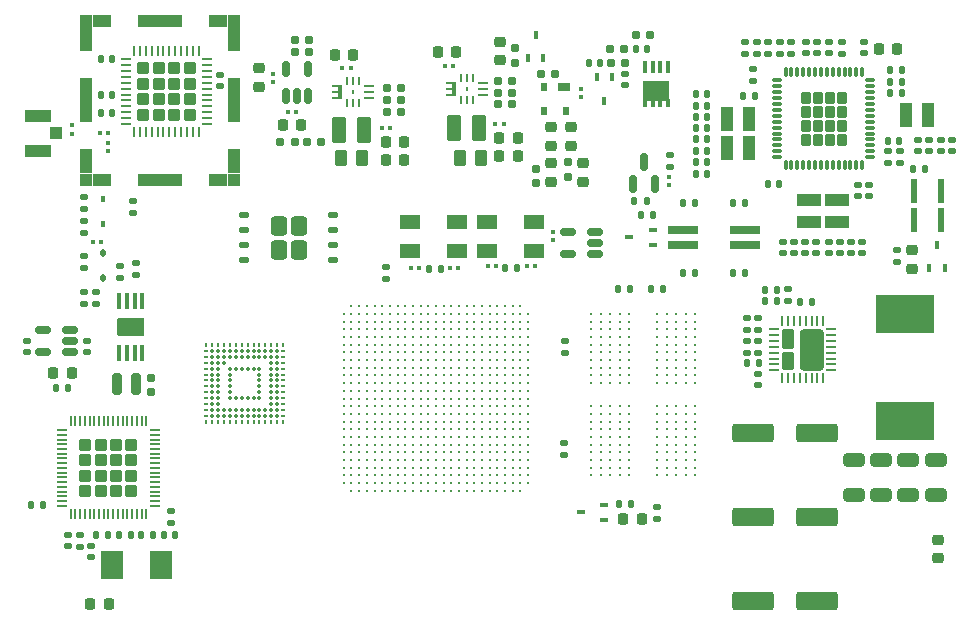
<source format=gbr>
%TF.GenerationSoftware,KiCad,Pcbnew,7.99.0-3539-g7abe2e3ea0*%
%TF.CreationDate,2023-11-26T19:51:46+01:00*%
%TF.ProjectId,SBC,5342432e-6b69-4636-9164-5f7063625858,rev?*%
%TF.SameCoordinates,Original*%
%TF.FileFunction,Paste,Top*%
%TF.FilePolarity,Positive*%
%FSLAX46Y46*%
G04 Gerber Fmt 4.6, Leading zero omitted, Abs format (unit mm)*
G04 Created by KiCad (PCBNEW 7.99.0-3539-g7abe2e3ea0) date 2023-11-26 19:51:46*
%MOMM*%
%LPD*%
G01*
G04 APERTURE LIST*
G04 Aperture macros list*
%AMRoundRect*
0 Rectangle with rounded corners*
0 $1 Rounding radius*
0 $2 $3 $4 $5 $6 $7 $8 $9 X,Y pos of 4 corners*
0 Add a 4 corners polygon primitive as box body*
4,1,4,$2,$3,$4,$5,$6,$7,$8,$9,$2,$3,0*
0 Add four circle primitives for the rounded corners*
1,1,$1+$1,$2,$3*
1,1,$1+$1,$4,$5*
1,1,$1+$1,$6,$7*
1,1,$1+$1,$8,$9*
0 Add four rect primitives between the rounded corners*
20,1,$1+$1,$2,$3,$4,$5,0*
20,1,$1+$1,$4,$5,$6,$7,0*
20,1,$1+$1,$6,$7,$8,$9,0*
20,1,$1+$1,$8,$9,$2,$3,0*%
%AMFreePoly0*
4,1,25,0.317682,0.485319,0.329034,0.475624,0.407847,0.396811,0.434540,0.344422,0.435711,0.329540,0.435711,-0.329540,0.417542,-0.385459,0.407847,-0.396811,0.329034,-0.475624,0.276645,-0.502317,0.261763,-0.503488,-0.261763,-0.503488,-0.317682,-0.485319,-0.329034,-0.475624,-0.407847,-0.396811,-0.434540,-0.344422,-0.435711,-0.329540,-0.435711,0.329540,-0.417542,0.385459,-0.407847,0.396811,
-0.329034,0.475624,-0.276645,0.502317,-0.261763,0.503488,0.261763,0.503488,0.317682,0.485319,0.317682,0.485319,$1*%
G04 Aperture macros list end*
%ADD10RoundRect,0.218750X0.256250X-0.218750X0.256250X0.218750X-0.256250X0.218750X-0.256250X-0.218750X0*%
%ADD11RoundRect,0.135000X-0.135000X-0.185000X0.135000X-0.185000X0.135000X0.185000X-0.135000X0.185000X0*%
%ADD12RoundRect,0.250000X0.435000X0.555000X-0.435000X0.555000X-0.435000X-0.555000X0.435000X-0.555000X0*%
%ADD13RoundRect,0.125000X0.262500X0.125000X-0.262500X0.125000X-0.262500X-0.125000X0.262500X-0.125000X0*%
%ADD14RoundRect,0.150000X0.512500X0.150000X-0.512500X0.150000X-0.512500X-0.150000X0.512500X-0.150000X0*%
%ADD15RoundRect,0.135000X0.135000X0.185000X-0.135000X0.185000X-0.135000X-0.185000X0.135000X-0.185000X0*%
%ADD16RoundRect,0.140000X-0.170000X0.140000X-0.170000X-0.140000X0.170000X-0.140000X0.170000X0.140000X0*%
%ADD17RoundRect,0.140000X0.140000X0.170000X-0.140000X0.170000X-0.140000X-0.170000X0.140000X-0.170000X0*%
%ADD18RoundRect,0.135000X0.185000X-0.135000X0.185000X0.135000X-0.185000X0.135000X-0.185000X-0.135000X0*%
%ADD19RoundRect,0.160000X-0.160000X0.197500X-0.160000X-0.197500X0.160000X-0.197500X0.160000X0.197500X0*%
%ADD20R,0.250000X0.700000*%
%ADD21R,0.900000X0.250000*%
%ADD22R,0.400000X1.250000*%
%ADD23R,0.250000X0.400000*%
%ADD24RoundRect,0.160000X-0.197500X-0.160000X0.197500X-0.160000X0.197500X0.160000X-0.197500X0.160000X0*%
%ADD25RoundRect,0.140000X0.170000X-0.140000X0.170000X0.140000X-0.170000X0.140000X-0.170000X-0.140000X0*%
%ADD26RoundRect,0.079500X-0.100500X0.079500X-0.100500X-0.079500X0.100500X-0.079500X0.100500X0.079500X0*%
%ADD27RoundRect,0.250000X0.285000X-0.285000X0.285000X0.285000X-0.285000X0.285000X-0.285000X-0.285000X0*%
%ADD28RoundRect,0.062500X0.062500X-0.337500X0.062500X0.337500X-0.062500X0.337500X-0.062500X-0.337500X0*%
%ADD29RoundRect,0.062500X0.337500X-0.062500X0.337500X0.062500X-0.337500X0.062500X-0.337500X-0.062500X0*%
%ADD30R,2.000000X1.100000*%
%ADD31RoundRect,0.140000X-0.140000X-0.170000X0.140000X-0.170000X0.140000X0.170000X-0.140000X0.170000X0*%
%ADD32RoundRect,0.062500X-0.375000X-0.062500X0.375000X-0.062500X0.375000X0.062500X-0.375000X0.062500X0*%
%ADD33RoundRect,0.062500X-0.062500X-0.375000X0.062500X-0.375000X0.062500X0.375000X-0.062500X0.375000X0*%
%ADD34RoundRect,0.106599X0.418401X0.723401X-0.418401X0.723401X-0.418401X-0.723401X0.418401X-0.723401X0*%
%ADD35RoundRect,0.106599X0.418401X0.633401X-0.418401X0.633401X-0.418401X-0.633401X0.418401X-0.633401X0*%
%ADD36RoundRect,0.200000X0.785000X-1.540000X0.785000X1.540000X-0.785000X1.540000X-0.785000X-1.540000X0*%
%ADD37RoundRect,0.079500X-0.079500X-0.100500X0.079500X-0.100500X0.079500X0.100500X-0.079500X0.100500X0*%
%ADD38C,0.270000*%
%ADD39RoundRect,0.079500X0.100500X-0.079500X0.100500X0.079500X-0.100500X0.079500X-0.100500X-0.079500X0*%
%ADD40R,1.000000X1.000000*%
%ADD41R,1.000000X2.130000*%
%ADD42R,1.000000X3.800000*%
%ADD43R,1.650000X1.000000*%
%ADD44R,3.800000X1.000000*%
%ADD45RoundRect,0.225000X-0.225000X-0.250000X0.225000X-0.250000X0.225000X0.250000X-0.225000X0.250000X0*%
%ADD46RoundRect,0.160000X0.197500X0.160000X-0.197500X0.160000X-0.197500X-0.160000X0.197500X-0.160000X0*%
%ADD47RoundRect,0.135000X-0.185000X0.135000X-0.185000X-0.135000X0.185000X-0.135000X0.185000X0.135000X0*%
%ADD48RoundRect,0.250000X-0.650000X0.325000X-0.650000X-0.325000X0.650000X-0.325000X0.650000X0.325000X0*%
%ADD49R,1.100000X2.000000*%
%ADD50RoundRect,0.225000X0.225000X0.250000X-0.225000X0.250000X-0.225000X-0.250000X0.225000X-0.250000X0*%
%ADD51RoundRect,0.250000X1.500000X0.550000X-1.500000X0.550000X-1.500000X-0.550000X1.500000X-0.550000X0*%
%ADD52R,0.450000X0.700000*%
%ADD53RoundRect,0.218750X-0.218750X-0.256250X0.218750X-0.256250X0.218750X0.256250X-0.218750X0.256250X0*%
%ADD54O,0.200000X0.350000*%
%ADD55O,0.350000X0.200000*%
%ADD56C,0.350000*%
%ADD57RoundRect,0.079500X0.079500X0.100500X-0.079500X0.100500X-0.079500X-0.100500X0.079500X-0.100500X0*%
%ADD58R,0.700000X0.450000*%
%ADD59RoundRect,0.225000X0.250000X-0.225000X0.250000X0.225000X-0.250000X0.225000X-0.250000X-0.225000X0*%
%ADD60R,0.450000X1.450000*%
%ADD61RoundRect,0.076200X1.066800X0.685800X-1.066800X0.685800X-1.066800X-0.685800X1.066800X-0.685800X0*%
%ADD62RoundRect,0.173913X-0.226087X-0.726087X0.226087X-0.726087X0.226087X0.726087X-0.226087X0.726087X0*%
%ADD63RoundRect,0.025000X-0.225000X-0.975000X0.225000X-0.975000X0.225000X0.975000X-0.225000X0.975000X0*%
%ADD64R,0.450000X0.600000*%
%ADD65R,4.950000X3.175000*%
%ADD66C,0.330200*%
%ADD67FreePoly0,0.000000*%
%ADD68RoundRect,0.067500X-0.357500X-0.067500X0.357500X-0.067500X0.357500X0.067500X-0.357500X0.067500X0*%
%ADD69RoundRect,0.067500X-0.067500X0.357500X-0.067500X-0.357500X0.067500X-0.357500X0.067500X0.357500X0*%
%ADD70RoundRect,0.250000X0.262500X0.450000X-0.262500X0.450000X-0.262500X-0.450000X0.262500X-0.450000X0*%
%ADD71R,0.405000X0.990000*%
%ADD72R,2.235000X1.725000*%
%ADD73R,0.406250X0.760000*%
%ADD74R,1.900000X2.400000*%
%ADD75RoundRect,0.250000X0.275000X0.275000X-0.275000X0.275000X-0.275000X-0.275000X0.275000X-0.275000X0*%
%ADD76RoundRect,0.050000X0.362500X0.050000X-0.362500X0.050000X-0.362500X-0.050000X0.362500X-0.050000X0*%
%ADD77RoundRect,0.050000X0.050000X0.362500X-0.050000X0.362500X-0.050000X-0.362500X0.050000X-0.362500X0*%
%ADD78R,2.650000X0.760000*%
%ADD79RoundRect,0.250000X-0.375000X-0.850000X0.375000X-0.850000X0.375000X0.850000X-0.375000X0.850000X0*%
%ADD80R,1.000000X0.700000*%
%ADD81R,0.600000X0.700000*%
%ADD82RoundRect,0.112500X0.112500X-0.187500X0.112500X0.187500X-0.112500X0.187500X-0.112500X-0.187500X0*%
%ADD83R,1.800000X1.200000*%
%ADD84R,1.050000X1.000000*%
%ADD85R,2.200000X1.050000*%
%ADD86RoundRect,0.225000X-0.250000X0.225000X-0.250000X-0.225000X0.250000X-0.225000X0.250000X0.225000X0*%
%ADD87RoundRect,0.150000X0.150000X-0.512500X0.150000X0.512500X-0.150000X0.512500X-0.150000X-0.512500X0*%
%ADD88RoundRect,0.150000X0.150000X-0.587500X0.150000X0.587500X-0.150000X0.587500X-0.150000X-0.587500X0*%
G04 APERTURE END LIST*
D10*
%TO.C,D4*%
X104809481Y-89762514D03*
X104809481Y-88187514D03*
%TD*%
D11*
%TO.C,R83*%
X60720000Y-120192900D03*
X61740000Y-120192900D03*
%TD*%
D12*
%TO.C,U14*%
X83420000Y-98545014D03*
X83420000Y-96545014D03*
X81720000Y-98545014D03*
X81720000Y-96545014D03*
D13*
X86320000Y-99450014D03*
X86320000Y-98180014D03*
X86320000Y-96910014D03*
X86320000Y-95640014D03*
X78820000Y-95640014D03*
X78820000Y-96910014D03*
X78820000Y-98180014D03*
X78820000Y-99450014D03*
%TD*%
D14*
%TO.C,U10*%
X108486981Y-98951014D03*
X108486981Y-98001014D03*
X108486981Y-97051014D03*
X106211981Y-97051014D03*
X106211981Y-98951014D03*
%TD*%
D15*
%TO.C,R65*%
X111593381Y-120115414D03*
X110573381Y-120115414D03*
%TD*%
D16*
%TO.C,C17*%
X122343462Y-109070028D03*
X122343462Y-110030028D03*
%TD*%
D17*
%TO.C,C60*%
X124120000Y-93030400D03*
X123160000Y-93030400D03*
%TD*%
D18*
%TO.C,R3*%
X122318462Y-105355028D03*
X122318462Y-104335028D03*
%TD*%
D16*
%TO.C,C272*%
X65882500Y-123650400D03*
X65882500Y-124610400D03*
%TD*%
D19*
%TO.C,R31*%
X106206481Y-91168514D03*
X106206481Y-92363514D03*
%TD*%
D17*
%TO.C,C54*%
X118023462Y-92112527D03*
X117063462Y-92112527D03*
%TD*%
D16*
%TO.C,C266*%
X63920000Y-122712900D03*
X63920000Y-123672900D03*
%TD*%
%TO.C,C34*%
X129243462Y-97877528D03*
X129243462Y-98837528D03*
%TD*%
D10*
%TO.C,D5*%
X135314881Y-100151114D03*
X135314881Y-98576114D03*
%TD*%
D20*
%TO.C,U5*%
X87552481Y-86170014D03*
X88052481Y-86170014D03*
X88552481Y-86170014D03*
D21*
X89402481Y-85720014D03*
X89402481Y-85220014D03*
X89402481Y-84720014D03*
D20*
X88552481Y-84270014D03*
X88052481Y-84270014D03*
X87552481Y-84270014D03*
D21*
X86702481Y-85720014D03*
X86702481Y-85220014D03*
D22*
X86952481Y-85220014D03*
D21*
X86702481Y-84720014D03*
D23*
X88052481Y-85220014D03*
%TD*%
D15*
%TO.C,R85*%
X67292500Y-122730400D03*
X66272500Y-122730400D03*
%TD*%
D24*
%TO.C,R23*%
X83129981Y-81818014D03*
X84324981Y-81818014D03*
%TD*%
D18*
%TO.C,R75*%
X65277481Y-97128014D03*
X65277481Y-96108014D03*
%TD*%
D25*
%TO.C,C63*%
X111093000Y-84608000D03*
X111093000Y-83648000D03*
%TD*%
D18*
%TO.C,R9*%
X129458462Y-81970028D03*
X129458462Y-80950028D03*
%TD*%
D26*
%TO.C,C65*%
X81227481Y-83660514D03*
X81227481Y-84350514D03*
%TD*%
D16*
%TO.C,C39*%
X130193462Y-97877528D03*
X130193462Y-98837528D03*
%TD*%
D27*
%TO.C,U16*%
X70247481Y-87148014D03*
X71567481Y-87148014D03*
X72887481Y-87148014D03*
X74207481Y-87148014D03*
X70247481Y-85828014D03*
X71567481Y-85828014D03*
X72887481Y-85828014D03*
X74207481Y-85828014D03*
X70247481Y-84508014D03*
X71567481Y-84508014D03*
X72887481Y-84508014D03*
X74207481Y-84508014D03*
X70247481Y-83188014D03*
X71567481Y-83188014D03*
X72887481Y-83188014D03*
X74207481Y-83188014D03*
D28*
X69477481Y-88618014D03*
X69977481Y-88618014D03*
X70477481Y-88618014D03*
X70977481Y-88618014D03*
X71477481Y-88618014D03*
X71977481Y-88618014D03*
X72477481Y-88618014D03*
X72977481Y-88618014D03*
X73477481Y-88618014D03*
X73977481Y-88618014D03*
X74477481Y-88618014D03*
X74977481Y-88618014D03*
D29*
X75677481Y-87918014D03*
X75677481Y-87418014D03*
X75677481Y-86918014D03*
X75677481Y-86418014D03*
X75677481Y-85918014D03*
X75677481Y-85418014D03*
X75677481Y-84918014D03*
X75677481Y-84418014D03*
X75677481Y-83918014D03*
X75677481Y-83418014D03*
X75677481Y-82918014D03*
X75677481Y-82418014D03*
D28*
X74977481Y-81718014D03*
X74477481Y-81718014D03*
X73977481Y-81718014D03*
X73477481Y-81718014D03*
X72977481Y-81718014D03*
X72477481Y-81718014D03*
X71977481Y-81718014D03*
X71477481Y-81718014D03*
X70977481Y-81718014D03*
X70477481Y-81718014D03*
X69977481Y-81718014D03*
X69477481Y-81718014D03*
D29*
X68777481Y-82418014D03*
X68777481Y-82918014D03*
X68777481Y-83418014D03*
X68777481Y-83918014D03*
X68777481Y-84418014D03*
X68777481Y-84918014D03*
X68777481Y-85418014D03*
X68777481Y-85918014D03*
X68777481Y-86418014D03*
X68777481Y-86918014D03*
X68777481Y-87418014D03*
X68777481Y-87918014D03*
%TD*%
D16*
%TO.C,C38*%
X137780000Y-89230400D03*
X137780000Y-90190400D03*
%TD*%
%TO.C,C59*%
X130755962Y-93090028D03*
X130755962Y-94050028D03*
%TD*%
D30*
%TO.C,L5*%
X126593462Y-94325028D03*
X126593462Y-96225028D03*
%TD*%
D31*
%TO.C,C62*%
X133505962Y-85270028D03*
X134465962Y-85270028D03*
%TD*%
D32*
%TO.C,U2*%
X123655962Y-105270028D03*
X123655962Y-105770028D03*
X123655962Y-106270028D03*
X123655962Y-106770028D03*
X123655962Y-107270028D03*
X123655962Y-107770028D03*
X123655962Y-108270028D03*
X123655962Y-108770028D03*
D33*
X124343462Y-109457528D03*
X124843462Y-109457528D03*
X125343462Y-109457528D03*
X125843462Y-109457528D03*
X126343462Y-109457528D03*
X126843462Y-109457528D03*
X127343462Y-109457528D03*
X127843462Y-109457528D03*
D32*
X128530962Y-108770028D03*
X128530962Y-108270028D03*
X128530962Y-107770028D03*
X128530962Y-107270028D03*
X128530962Y-106770028D03*
X128530962Y-106270028D03*
X128530962Y-105770028D03*
X128530962Y-105270028D03*
D33*
X127843462Y-104582528D03*
X127343462Y-104582528D03*
X126843462Y-104582528D03*
X126343462Y-104582528D03*
X125843462Y-104582528D03*
X125343462Y-104582528D03*
X124843462Y-104582528D03*
X124343462Y-104582528D03*
D34*
X124878462Y-106110028D03*
D35*
X124878462Y-108020028D03*
D36*
X126848462Y-107020028D03*
%TD*%
D37*
%TO.C,C74*%
X90501481Y-88268014D03*
X91191481Y-88268014D03*
%TD*%
D17*
%TO.C,C1*%
X122373462Y-108170028D03*
X121413462Y-108170028D03*
%TD*%
D18*
%TO.C,R1*%
X122318462Y-107280028D03*
X122318462Y-106260028D03*
%TD*%
D38*
%TO.C,U12*%
X108195000Y-104005400D03*
X108995000Y-104005400D03*
X109795000Y-104005400D03*
X110595000Y-104005400D03*
X111395000Y-104005400D03*
X113795000Y-104005400D03*
X114595000Y-104005400D03*
X115395000Y-104005400D03*
X116195000Y-104005400D03*
X116995000Y-104005400D03*
X108195000Y-117005400D03*
X108995000Y-117005400D03*
X109795000Y-117005400D03*
X110595000Y-117005400D03*
X111395000Y-117005400D03*
X113795000Y-117005400D03*
X114595000Y-117005400D03*
X115395000Y-117005400D03*
X116195000Y-117005400D03*
X116995000Y-117005400D03*
X108195000Y-117655400D03*
X108995000Y-117655400D03*
X109795000Y-117655400D03*
X110595000Y-117655400D03*
X111395000Y-117655400D03*
X113795000Y-117655400D03*
X114595000Y-117655400D03*
X115395000Y-117655400D03*
X116195000Y-117655400D03*
X116995000Y-117655400D03*
X108195000Y-104655400D03*
X108995000Y-104655400D03*
X109795000Y-104655400D03*
X110595000Y-104655400D03*
X111395000Y-104655400D03*
X113795000Y-104655400D03*
X114595000Y-104655400D03*
X115395000Y-104655400D03*
X116195000Y-104655400D03*
X116995000Y-104655400D03*
X108195000Y-105305400D03*
X108995000Y-105305400D03*
X109795000Y-105305400D03*
X110595000Y-105305400D03*
X111395000Y-105305400D03*
X113795000Y-105305400D03*
X114595000Y-105305400D03*
X115395000Y-105305400D03*
X116195000Y-105305400D03*
X116995000Y-105305400D03*
X108195000Y-105955400D03*
X108995000Y-105955400D03*
X109795000Y-105955400D03*
X110595000Y-105955400D03*
X111395000Y-105955400D03*
X113795000Y-105955400D03*
X114595000Y-105955400D03*
X115395000Y-105955400D03*
X116195000Y-105955400D03*
X116995000Y-105955400D03*
X108195000Y-106605400D03*
X108995000Y-106605400D03*
X109795000Y-106605400D03*
X110595000Y-106605400D03*
X111395000Y-106605400D03*
X113795000Y-106605400D03*
X114595000Y-106605400D03*
X115395000Y-106605400D03*
X116195000Y-106605400D03*
X116995000Y-106605400D03*
X108195000Y-107255400D03*
X108995000Y-107255400D03*
X109795000Y-107255400D03*
X110595000Y-107255400D03*
X111395000Y-107255400D03*
X113795000Y-107255400D03*
X114595000Y-107255400D03*
X115395000Y-107255400D03*
X116195000Y-107255400D03*
X116995000Y-107255400D03*
X108195000Y-107905400D03*
X108995000Y-107905400D03*
X109795000Y-107905400D03*
X110595000Y-107905400D03*
X111395000Y-107905400D03*
X113795000Y-107905400D03*
X114595000Y-107905400D03*
X115395000Y-107905400D03*
X116195000Y-107905400D03*
X116995000Y-107905400D03*
X108195000Y-108555400D03*
X108995000Y-108555400D03*
X109795000Y-108555400D03*
X110595000Y-108555400D03*
X111395000Y-108555400D03*
X113795000Y-108555400D03*
X114595000Y-108555400D03*
X115395000Y-108555400D03*
X116195000Y-108555400D03*
X116995000Y-108555400D03*
X108195000Y-109205400D03*
X108995000Y-109205400D03*
X109795000Y-109205400D03*
X110595000Y-109205400D03*
X111395000Y-109205400D03*
X113795000Y-109205400D03*
X114595000Y-109205400D03*
X115395000Y-109205400D03*
X116195000Y-109205400D03*
X116995000Y-109205400D03*
X108195000Y-109855400D03*
X108995000Y-109855400D03*
X109795000Y-109855400D03*
X110595000Y-109855400D03*
X111395000Y-109855400D03*
X113795000Y-109855400D03*
X114595000Y-109855400D03*
X115395000Y-109855400D03*
X116195000Y-109855400D03*
X116995000Y-109855400D03*
X108195000Y-111805400D03*
X108995000Y-111805400D03*
X109795000Y-111805400D03*
X110595000Y-111805400D03*
X111395000Y-111805400D03*
X113795000Y-111805400D03*
X114595000Y-111805400D03*
X115395000Y-111805400D03*
X116195000Y-111805400D03*
X116995000Y-111805400D03*
X108195000Y-112455400D03*
X108995000Y-112455400D03*
X109795000Y-112455400D03*
X110595000Y-112455400D03*
X111395000Y-112455400D03*
X113795000Y-112455400D03*
X114595000Y-112455400D03*
X115395000Y-112455400D03*
X116195000Y-112455400D03*
X116995000Y-112455400D03*
X108195000Y-113105400D03*
X108995000Y-113105400D03*
X109795000Y-113105400D03*
X110595000Y-113105400D03*
X111395000Y-113105400D03*
X113795000Y-113105400D03*
X114595000Y-113105400D03*
X115395000Y-113105400D03*
X116195000Y-113105400D03*
X116995000Y-113105400D03*
X108195000Y-113755400D03*
X108995000Y-113755400D03*
X109795000Y-113755400D03*
X110595000Y-113755400D03*
X111395000Y-113755400D03*
X113795000Y-113755400D03*
X114595000Y-113755400D03*
X115395000Y-113755400D03*
X116195000Y-113755400D03*
X116995000Y-113755400D03*
X108195000Y-114405400D03*
X108995000Y-114405400D03*
X109795000Y-114405400D03*
X110595000Y-114405400D03*
X111395000Y-114405400D03*
X113795000Y-114405400D03*
X114595000Y-114405400D03*
X115395000Y-114405400D03*
X116195000Y-114405400D03*
X116995000Y-114405400D03*
X108195000Y-115055400D03*
X108995000Y-115055400D03*
X109795000Y-115055400D03*
X110595000Y-115055400D03*
X111395000Y-115055400D03*
X113795000Y-115055400D03*
X114595000Y-115055400D03*
X115395000Y-115055400D03*
X116195000Y-115055400D03*
X116995000Y-115055400D03*
X108195000Y-115705400D03*
X108995000Y-115705400D03*
X109795000Y-115705400D03*
X110595000Y-115705400D03*
X111395000Y-115705400D03*
X113795000Y-115705400D03*
X114595000Y-115705400D03*
X115395000Y-115705400D03*
X116195000Y-115705400D03*
X116995000Y-115705400D03*
X108195000Y-116355400D03*
X108995000Y-116355400D03*
X109795000Y-116355400D03*
X110595000Y-116355400D03*
X111395000Y-116355400D03*
X113795000Y-116355400D03*
X114595000Y-116355400D03*
X115395000Y-116355400D03*
X116195000Y-116355400D03*
X116995000Y-116355400D03*
%TD*%
D39*
%TO.C,C289*%
X64262481Y-88724014D03*
X64262481Y-88034014D03*
%TD*%
D40*
%TO.C,J4*%
X65444481Y-79175014D03*
D41*
X65444481Y-80740014D03*
D42*
X65444481Y-85905014D03*
D41*
X65444481Y-91070014D03*
D40*
X65444481Y-92635014D03*
D43*
X66769481Y-79175014D03*
X66769481Y-92635014D03*
D44*
X71694481Y-79175014D03*
X71694481Y-92635014D03*
D43*
X76619481Y-79175014D03*
X76619481Y-92635014D03*
D40*
X77944481Y-79175014D03*
D41*
X77944481Y-80740014D03*
D42*
X77944481Y-85905014D03*
D41*
X77944481Y-91070014D03*
D40*
X77944481Y-92635014D03*
%TD*%
D17*
%TO.C,C293*%
X67657481Y-85418014D03*
X66697481Y-85418014D03*
%TD*%
D45*
%TO.C,C75*%
X90833481Y-90935014D03*
X92383481Y-90935014D03*
%TD*%
D46*
%TO.C,R17*%
X111090500Y-82728000D03*
X109895500Y-82728000D03*
%TD*%
D47*
%TO.C,R14*%
X124143462Y-80935028D03*
X124143462Y-81955028D03*
%TD*%
D48*
%TO.C,C46*%
X130443462Y-116370028D03*
X130443462Y-119320028D03*
%TD*%
D15*
%TO.C,R55*%
X111503000Y-101924200D03*
X110483000Y-101924200D03*
%TD*%
D47*
%TO.C,R7*%
X124875481Y-101910614D03*
X124875481Y-102930614D03*
%TD*%
D49*
%TO.C,L1*%
X121568462Y-87525028D03*
X119668462Y-87525028D03*
%TD*%
D50*
%TO.C,C261*%
X134115481Y-81545014D03*
X132565481Y-81545014D03*
%TD*%
D37*
%TO.C,C86*%
X95828286Y-82964214D03*
X96518286Y-82964214D03*
%TD*%
D26*
%TO.C,C140*%
X104916581Y-97026014D03*
X104916581Y-97716014D03*
%TD*%
D47*
%TO.C,R47*%
X114865481Y-90535014D03*
X114865481Y-91555014D03*
%TD*%
D17*
%TO.C,C49*%
X118023462Y-90175861D03*
X117063462Y-90175861D03*
%TD*%
D18*
%TO.C,R10*%
X123193462Y-81955028D03*
X123193462Y-80935028D03*
%TD*%
D51*
%TO.C,C20*%
X127293462Y-121170028D03*
X121893462Y-121170028D03*
%TD*%
D45*
%TO.C,C85*%
X100412286Y-90584214D03*
X101962286Y-90584214D03*
%TD*%
D49*
%TO.C,L4*%
X134818462Y-87125028D03*
X136718462Y-87125028D03*
%TD*%
D17*
%TO.C,C44*%
X118023462Y-89207528D03*
X117063462Y-89207528D03*
%TD*%
D45*
%TO.C,C73*%
X82094481Y-88033514D03*
X83644481Y-88033514D03*
%TD*%
D52*
%TO.C,Q3*%
X102831767Y-82347095D03*
X104131767Y-82347095D03*
X103481767Y-80347095D03*
%TD*%
D16*
%TO.C,C53*%
X131705962Y-93090028D03*
X131705962Y-94050028D03*
%TD*%
D17*
%TO.C,C292*%
X67657481Y-87018014D03*
X66697481Y-87018014D03*
%TD*%
D16*
%TO.C,C26*%
X128318462Y-80965028D03*
X128318462Y-81925028D03*
%TD*%
D53*
%TO.C,FB4*%
X62632500Y-108992900D03*
X64207500Y-108992900D03*
%TD*%
D46*
%TO.C,R25*%
X92078981Y-86871014D03*
X90883981Y-86871014D03*
%TD*%
D37*
%TO.C,C137*%
X102718481Y-99963014D03*
X103408481Y-99963014D03*
%TD*%
D25*
%TO.C,C64*%
X65470000Y-107258462D03*
X65470000Y-106298462D03*
%TD*%
D11*
%TO.C,R67*%
X115934681Y-94563014D03*
X116954681Y-94563014D03*
%TD*%
D49*
%TO.C,L2*%
X121568462Y-89925028D03*
X119668462Y-89925028D03*
%TD*%
D45*
%TO.C,C76*%
X86515481Y-82045014D03*
X88065481Y-82045014D03*
%TD*%
D54*
%TO.C,U13*%
X75600000Y-106625000D03*
X76100000Y-106625000D03*
X76600000Y-106625000D03*
X77100000Y-106625000D03*
X77600000Y-106625000D03*
X78100000Y-106625000D03*
X78600000Y-106625000D03*
X79100000Y-106625000D03*
X79600000Y-106625000D03*
X80100000Y-106625000D03*
X80600000Y-106625000D03*
X81100000Y-106625000D03*
X81600000Y-106625000D03*
X82100000Y-106625000D03*
D55*
X75600000Y-107125000D03*
D56*
X76100000Y-107125000D03*
X76600000Y-107125000D03*
X77100000Y-107125000D03*
X77600000Y-107125000D03*
X78100000Y-107125000D03*
X78600000Y-107125000D03*
X79100000Y-107125000D03*
X79600000Y-107125000D03*
X80100000Y-107125000D03*
X80600000Y-107125000D03*
X81100000Y-107125000D03*
X81600000Y-107125000D03*
D55*
X82100000Y-107125000D03*
X75600000Y-107625000D03*
D56*
X76100000Y-107625000D03*
X76600000Y-107625000D03*
X77100000Y-107625000D03*
X77600000Y-107625000D03*
X78100000Y-107625000D03*
X78600000Y-107625000D03*
X79100000Y-107625000D03*
X79600000Y-107625000D03*
X80100000Y-107625000D03*
X80600000Y-107625000D03*
X81100000Y-107625000D03*
X81600000Y-107625000D03*
D55*
X82100000Y-107625000D03*
X75600000Y-108125000D03*
D56*
X76100000Y-108125000D03*
X76600000Y-108125000D03*
X77100000Y-108125000D03*
X81100000Y-108125000D03*
X81600000Y-108125000D03*
D55*
X82100000Y-108125000D03*
X75600000Y-108625000D03*
D56*
X76100000Y-108625000D03*
X76600000Y-108625000D03*
X77600000Y-108625000D03*
X78100000Y-108625000D03*
X78600000Y-108625000D03*
X79100000Y-108625000D03*
X79600000Y-108625000D03*
X80100000Y-108625000D03*
X81100000Y-108625000D03*
X81600000Y-108625000D03*
D55*
X82100000Y-108625000D03*
X75600000Y-109125000D03*
D56*
X76100000Y-109125000D03*
X76600000Y-109125000D03*
X77600000Y-109125000D03*
X80100000Y-109125000D03*
X81100000Y-109125000D03*
X81600000Y-109125000D03*
D55*
X82100000Y-109125000D03*
X75600000Y-109625000D03*
D56*
X76100000Y-109625000D03*
X76600000Y-109625000D03*
X77600000Y-109625000D03*
X80100000Y-109625000D03*
X81100000Y-109625000D03*
X81600000Y-109625000D03*
D55*
X82100000Y-109625000D03*
X75600000Y-110125000D03*
D56*
X76100000Y-110125000D03*
X76600000Y-110125000D03*
X77600000Y-110125000D03*
X80100000Y-110125000D03*
X81100000Y-110125000D03*
X81600000Y-110125000D03*
D55*
X82100000Y-110125000D03*
X75600000Y-110625000D03*
D56*
X76100000Y-110625000D03*
X76600000Y-110625000D03*
X77600000Y-110625000D03*
X80100000Y-110625000D03*
X81100000Y-110625000D03*
X81600000Y-110625000D03*
D55*
X82100000Y-110625000D03*
X75600000Y-111125000D03*
D56*
X76100000Y-111125000D03*
X76600000Y-111125000D03*
X77600000Y-111125000D03*
X78100000Y-111125000D03*
X78600000Y-111125000D03*
X79100000Y-111125000D03*
X79600000Y-111125000D03*
X80100000Y-111125000D03*
X81100000Y-111125000D03*
X81600000Y-111125000D03*
D55*
X82100000Y-111125000D03*
X75600000Y-111625000D03*
D56*
X76100000Y-111625000D03*
X76600000Y-111625000D03*
X81100000Y-111625000D03*
X81600000Y-111625000D03*
D55*
X82100000Y-111625000D03*
X75600000Y-112125000D03*
D56*
X76100000Y-112125000D03*
X76600000Y-112125000D03*
X77100000Y-112125000D03*
X77600000Y-112125000D03*
X78100000Y-112125000D03*
X78600000Y-112125000D03*
X79100000Y-112125000D03*
X79600000Y-112125000D03*
X80100000Y-112125000D03*
X80600000Y-112125000D03*
X81100000Y-112125000D03*
X81600000Y-112125000D03*
D55*
X82100000Y-112125000D03*
X75600000Y-112625000D03*
D56*
X76100000Y-112625000D03*
X76600000Y-112625000D03*
X77100000Y-112625000D03*
X77600000Y-112625000D03*
X78100000Y-112625000D03*
X78600000Y-112625000D03*
X79100000Y-112625000D03*
X79600000Y-112625000D03*
X80100000Y-112625000D03*
X80600000Y-112625000D03*
X81100000Y-112625000D03*
X81600000Y-112625000D03*
D55*
X82100000Y-112625000D03*
D54*
X75600000Y-113125000D03*
X76100000Y-113125000D03*
X76600000Y-113125000D03*
X77100000Y-113125000D03*
X77600000Y-113125000D03*
X78100000Y-113125000D03*
X78600000Y-113125000D03*
X79100000Y-113125000D03*
X79600000Y-113125000D03*
X80100000Y-113125000D03*
X80600000Y-113125000D03*
X81100000Y-113125000D03*
X81600000Y-113125000D03*
X82100000Y-113125000D03*
%TD*%
D47*
%TO.C,R12*%
X122193462Y-80935028D03*
X122193462Y-81955028D03*
%TD*%
D24*
%TO.C,R19*%
X84127481Y-89418014D03*
X85322481Y-89418014D03*
%TD*%
D45*
%TO.C,C77*%
X90833481Y-89411014D03*
X92383481Y-89411014D03*
%TD*%
D51*
%TO.C,C27*%
X127293462Y-114070028D03*
X121893462Y-114070028D03*
%TD*%
D37*
%TO.C,C78*%
X87133481Y-83188014D03*
X87823481Y-83188014D03*
%TD*%
D18*
%TO.C,R63*%
X134070281Y-99594214D03*
X134070281Y-98574214D03*
%TD*%
%TO.C,R2*%
X121368462Y-107280028D03*
X121368462Y-106260028D03*
%TD*%
D11*
%TO.C,R66*%
X120172481Y-94563014D03*
X121192481Y-94563014D03*
%TD*%
D30*
%TO.C,L3*%
X128993462Y-94325028D03*
X128993462Y-96225028D03*
%TD*%
D57*
%TO.C,C108*%
X93629481Y-100090014D03*
X92939481Y-100090014D03*
%TD*%
D58*
%TO.C,Q6*%
X113394681Y-98169814D03*
X113394681Y-96869814D03*
X111394681Y-97519814D03*
%TD*%
D17*
%TO.C,C50*%
X118023462Y-87307528D03*
X117063462Y-87307528D03*
%TD*%
D59*
%TO.C,C80*%
X107476481Y-92798014D03*
X107476481Y-91248014D03*
%TD*%
D60*
%TO.C,U6*%
X68245000Y-107330400D03*
X68895000Y-107330400D03*
X69545000Y-107330400D03*
X70195000Y-107330400D03*
X70195000Y-102930400D03*
X69545000Y-102930400D03*
X68895000Y-102930400D03*
D61*
X69220000Y-105130400D03*
D60*
X68245000Y-102930400D03*
%TD*%
D18*
%TO.C,R35*%
X90820000Y-101042014D03*
X90820000Y-100022014D03*
%TD*%
D59*
%TO.C,C264*%
X137567200Y-124662600D03*
X137567200Y-123112600D03*
%TD*%
D46*
%TO.C,R18*%
X83074981Y-89418014D03*
X81879981Y-89418014D03*
%TD*%
D16*
%TO.C,C32*%
X127243462Y-97877528D03*
X127243462Y-98837528D03*
%TD*%
D47*
%TO.C,R45*%
X121915481Y-83285014D03*
X121915481Y-84305014D03*
%TD*%
D11*
%TO.C,R69*%
X115934681Y-100557414D03*
X116954681Y-100557414D03*
%TD*%
D37*
%TO.C,C82*%
X100080286Y-87917214D03*
X100770286Y-87917214D03*
%TD*%
D17*
%TO.C,C16*%
X134465962Y-83370028D03*
X133505962Y-83370028D03*
%TD*%
D62*
%TO.C,L7*%
X69620000Y-109930400D03*
X68020000Y-109930400D03*
%TD*%
D63*
%TO.C,SW2*%
X137815481Y-96045014D03*
X135515481Y-96045014D03*
%TD*%
D11*
%TO.C,R84*%
X68172500Y-122730400D03*
X69192500Y-122730400D03*
%TD*%
D63*
%TO.C,SW1*%
X137815481Y-93545014D03*
X135515481Y-93545014D03*
%TD*%
D25*
%TO.C,C48*%
X121193462Y-81945028D03*
X121193462Y-80985028D03*
%TD*%
D48*
%TO.C,C42*%
X132743462Y-116370028D03*
X132743462Y-119320028D03*
%TD*%
D15*
%TO.C,R46*%
X136475481Y-91745014D03*
X135455481Y-91745014D03*
%TD*%
D64*
%TO.C,D8*%
X66827481Y-96368014D03*
X66827481Y-94268014D03*
%TD*%
D65*
%TO.C,L6*%
X134793462Y-104012528D03*
X134793462Y-113027528D03*
%TD*%
D66*
%TO.C,U9*%
X87245000Y-118305400D03*
X87245000Y-117655400D03*
X87245000Y-117005400D03*
X87245000Y-116355400D03*
X87245000Y-115705400D03*
X87245000Y-115055400D03*
X87245000Y-114405400D03*
X87245000Y-113755400D03*
X87245000Y-113105400D03*
X87245000Y-112455400D03*
X87245000Y-111805400D03*
X87245000Y-111155400D03*
X87245000Y-110505400D03*
X87245000Y-109855400D03*
X87245000Y-109205400D03*
X87245000Y-108555400D03*
X87245000Y-107905400D03*
X87245000Y-107255400D03*
X87245000Y-106605400D03*
X87245000Y-105955400D03*
X87245000Y-105305400D03*
X87245000Y-104655400D03*
X87245000Y-104005400D03*
X100245000Y-118955400D03*
X100245000Y-118305400D03*
X100245000Y-117655400D03*
X100245000Y-117005400D03*
X100245000Y-116355400D03*
X100245000Y-115705400D03*
X100245000Y-115055400D03*
X100245000Y-114405400D03*
X100245000Y-113755400D03*
X100245000Y-113105400D03*
X100245000Y-112455400D03*
X100245000Y-111805400D03*
X100245000Y-111155400D03*
X100245000Y-110505400D03*
X100245000Y-109855400D03*
X100245000Y-109205400D03*
X100245000Y-108555400D03*
X100245000Y-107905400D03*
X100245000Y-107255400D03*
X100245000Y-106605400D03*
X100245000Y-105955400D03*
X100245000Y-105305400D03*
X100245000Y-104655400D03*
X100245000Y-104005400D03*
X100245000Y-103355400D03*
X100895000Y-118955400D03*
X100895000Y-118305400D03*
X100895000Y-117655400D03*
X100895000Y-117005400D03*
X100895000Y-116355400D03*
X100895000Y-115705400D03*
X100895000Y-115055400D03*
X100895000Y-114405400D03*
X100895000Y-113755400D03*
X100895000Y-113105400D03*
X100895000Y-112455400D03*
X100895000Y-111805400D03*
X100895000Y-111155400D03*
X100895000Y-110505400D03*
X100895000Y-109855400D03*
X100895000Y-109205400D03*
X100895000Y-108555400D03*
X100895000Y-107905400D03*
X100895000Y-107255400D03*
X100895000Y-106605400D03*
X100895000Y-105955400D03*
X100895000Y-105305400D03*
X100895000Y-104655400D03*
X100895000Y-104005400D03*
X100895000Y-103355400D03*
X101545000Y-118955400D03*
X101545000Y-118305400D03*
X101545000Y-117655400D03*
X101545000Y-117005400D03*
X101545000Y-116355400D03*
X101545000Y-115705400D03*
X101545000Y-115055400D03*
X101545000Y-114405400D03*
X101545000Y-113755400D03*
X101545000Y-113105400D03*
X101545000Y-112455400D03*
X101545000Y-111805400D03*
X101545000Y-111155400D03*
X101545000Y-110505400D03*
X101545000Y-109855400D03*
X101545000Y-109205400D03*
X101545000Y-108555400D03*
X101545000Y-107905400D03*
X101545000Y-107255400D03*
X101545000Y-106605400D03*
X101545000Y-105955400D03*
X101545000Y-105305400D03*
X101545000Y-104655400D03*
X101545000Y-104005400D03*
X101545000Y-103355400D03*
X102195000Y-118955400D03*
X102195000Y-118305400D03*
X102195000Y-117655400D03*
X102195000Y-117005400D03*
X102195000Y-116355400D03*
X102195000Y-115705400D03*
X102195000Y-115055400D03*
X102195000Y-114405400D03*
X102195000Y-113755400D03*
X102195000Y-113105400D03*
X102195000Y-112455400D03*
X102195000Y-111805400D03*
X102195000Y-111155400D03*
X102195000Y-110505400D03*
X102195000Y-109855400D03*
X102195000Y-109205400D03*
X102195000Y-108555400D03*
X102195000Y-107905400D03*
X102195000Y-107255400D03*
X102195000Y-106605400D03*
X102195000Y-105955400D03*
X102195000Y-105305400D03*
X102195000Y-104655400D03*
X102195000Y-104005400D03*
X102195000Y-103355400D03*
X102845000Y-118305400D03*
X102845000Y-117655400D03*
X102845000Y-117005400D03*
X102845000Y-116355400D03*
X102845000Y-115705400D03*
X102845000Y-115055400D03*
X102845000Y-114405400D03*
X102845000Y-113755400D03*
X102845000Y-113105400D03*
X102845000Y-112455400D03*
X102845000Y-111805400D03*
X102845000Y-111155400D03*
X102845000Y-110505400D03*
X102845000Y-109855400D03*
X102845000Y-109205400D03*
X102845000Y-108555400D03*
X102845000Y-107905400D03*
X102845000Y-107255400D03*
X102845000Y-106605400D03*
X102845000Y-105955400D03*
X102845000Y-105305400D03*
X102845000Y-104655400D03*
X102845000Y-104005400D03*
X87895000Y-118955400D03*
X87895000Y-118305400D03*
X87895000Y-117655400D03*
X87895000Y-117005400D03*
X87895000Y-116355400D03*
X87895000Y-115705400D03*
X87895000Y-115055400D03*
X87895000Y-114405400D03*
X87895000Y-113755400D03*
X87895000Y-113105400D03*
X87895000Y-112455400D03*
X87895000Y-111805400D03*
X87895000Y-111155400D03*
X87895000Y-110505400D03*
X87895000Y-109855400D03*
X87895000Y-109205400D03*
X87895000Y-108555400D03*
X87895000Y-107905400D03*
X87895000Y-107255400D03*
X87895000Y-106605400D03*
X87895000Y-105955400D03*
X87895000Y-105305400D03*
X87895000Y-104655400D03*
X87895000Y-104005400D03*
X87895000Y-103355400D03*
X88545000Y-118955400D03*
X88545000Y-118305400D03*
X88545000Y-117655400D03*
X88545000Y-117005400D03*
X88545000Y-116355400D03*
X88545000Y-115705400D03*
X88545000Y-115055400D03*
X88545000Y-114405400D03*
X88545000Y-113755400D03*
X88545000Y-113105400D03*
X88545000Y-112455400D03*
X88545000Y-111805400D03*
X88545000Y-111155400D03*
X88545000Y-110505400D03*
X88545000Y-109855400D03*
X88545000Y-109205400D03*
X88545000Y-108555400D03*
X88545000Y-107905400D03*
X88545000Y-107255400D03*
X88545000Y-106605400D03*
X88545000Y-105955400D03*
X88545000Y-105305400D03*
X88545000Y-104655400D03*
X88545000Y-104005400D03*
X88545000Y-103355400D03*
X89195000Y-118955400D03*
X89195000Y-118305400D03*
X89195000Y-117655400D03*
X89195000Y-117005400D03*
X89195000Y-116355400D03*
X89195000Y-115705400D03*
X89195000Y-115055400D03*
X89195000Y-114405400D03*
X89195000Y-113755400D03*
X89195000Y-113105400D03*
X89195000Y-112455400D03*
X89195000Y-111805400D03*
X89195000Y-111155400D03*
X89195000Y-110505400D03*
X89195000Y-109855400D03*
X89195000Y-109205400D03*
X89195000Y-108555400D03*
X89195000Y-107905400D03*
X89195000Y-107255400D03*
X89195000Y-106605400D03*
X89195000Y-105955400D03*
X89195000Y-105305400D03*
X89195000Y-104655400D03*
X89195000Y-104005400D03*
X89195000Y-103355400D03*
X89845000Y-118955400D03*
X89845000Y-118305400D03*
X89845000Y-117655400D03*
X89845000Y-117005400D03*
X89845000Y-116355400D03*
X89845000Y-115705400D03*
X89845000Y-115055400D03*
X89845000Y-114405400D03*
X89845000Y-113755400D03*
X89845000Y-113105400D03*
X89845000Y-112455400D03*
X89845000Y-111805400D03*
X89845000Y-111155400D03*
X89845000Y-110505400D03*
X89845000Y-109855400D03*
X89845000Y-109205400D03*
X89845000Y-108555400D03*
X89845000Y-107905400D03*
X89845000Y-107255400D03*
X89845000Y-106605400D03*
X89845000Y-105955400D03*
X89845000Y-105305400D03*
X89845000Y-104655400D03*
X89845000Y-104005400D03*
X89845000Y-103355400D03*
X90495000Y-118955400D03*
X90495000Y-118305400D03*
X90495000Y-117655400D03*
X90495000Y-117005400D03*
X90495000Y-116355400D03*
X90495000Y-115705400D03*
X90495000Y-115055400D03*
X90495000Y-114405400D03*
X90495000Y-113755400D03*
X90495000Y-113105400D03*
X90495000Y-112455400D03*
X90495000Y-111805400D03*
X90495000Y-111155400D03*
X90495000Y-110505400D03*
X90495000Y-109855400D03*
X90495000Y-109205400D03*
X90495000Y-108555400D03*
X90495000Y-107905400D03*
X90495000Y-107255400D03*
X90495000Y-106605400D03*
X90495000Y-105955400D03*
X90495000Y-105305400D03*
X90495000Y-104655400D03*
X90495000Y-104005400D03*
X90495000Y-103355400D03*
X91145000Y-118955400D03*
X91145000Y-118305400D03*
X91145000Y-117655400D03*
X91145000Y-117005400D03*
X91145000Y-116355400D03*
X91145000Y-115705400D03*
X91145000Y-115055400D03*
X91145000Y-114405400D03*
X91145000Y-113755400D03*
X91145000Y-113105400D03*
X91145000Y-112455400D03*
X91145000Y-111805400D03*
X91145000Y-111155400D03*
X91145000Y-110505400D03*
X91145000Y-109855400D03*
X91145000Y-109205400D03*
X91145000Y-108555400D03*
X91145000Y-107905400D03*
X91145000Y-107255400D03*
X91145000Y-106605400D03*
X91145000Y-105955400D03*
X91145000Y-105305400D03*
X91145000Y-104655400D03*
X91145000Y-104005400D03*
X91145000Y-103355400D03*
X91795000Y-118955400D03*
X91795000Y-118305400D03*
X91795000Y-117655400D03*
X91795000Y-117005400D03*
X91795000Y-116355400D03*
X91795000Y-115705400D03*
X91795000Y-115055400D03*
X91795000Y-114405400D03*
X91795000Y-113755400D03*
X91795000Y-113105400D03*
X91795000Y-112455400D03*
X91795000Y-111805400D03*
X91795000Y-111155400D03*
X91795000Y-110505400D03*
X91795000Y-109855400D03*
X91795000Y-109205400D03*
X91795000Y-108555400D03*
X91795000Y-107905400D03*
X91795000Y-107255400D03*
X91795000Y-106605400D03*
X91795000Y-105955400D03*
X91795000Y-105305400D03*
X91795000Y-104655400D03*
X91795000Y-104005400D03*
X91795000Y-103355400D03*
X92445000Y-118955400D03*
X92445000Y-118305400D03*
X92445000Y-117655400D03*
X92445000Y-117005400D03*
X92445000Y-116355400D03*
X92445000Y-115705400D03*
X92445000Y-115055400D03*
X92445000Y-114405400D03*
X92445000Y-113755400D03*
X92445000Y-113105400D03*
X92445000Y-112455400D03*
X92445000Y-111805400D03*
X92445000Y-111155400D03*
X92445000Y-110505400D03*
X92445000Y-109855400D03*
X92445000Y-109205400D03*
X92445000Y-108555400D03*
X92445000Y-107905400D03*
X92445000Y-107255400D03*
X92445000Y-106605400D03*
X92445000Y-105955400D03*
X92445000Y-105305400D03*
X92445000Y-104655400D03*
X92445000Y-104005400D03*
X92445000Y-103355400D03*
X93095000Y-118955400D03*
X93095000Y-118305400D03*
X93095000Y-117655400D03*
X93095000Y-117005400D03*
X93095000Y-116355400D03*
X93095000Y-115705400D03*
X93095000Y-115055400D03*
X93095000Y-114405400D03*
X93095000Y-113755400D03*
X93095000Y-113105400D03*
X93095000Y-112455400D03*
X93095000Y-111805400D03*
X93095000Y-111155400D03*
X93095000Y-110505400D03*
X93095000Y-109855400D03*
X93095000Y-109205400D03*
X93095000Y-108555400D03*
X93095000Y-107905400D03*
X93095000Y-107255400D03*
X93095000Y-106605400D03*
X93095000Y-105955400D03*
X93095000Y-105305400D03*
X93095000Y-104655400D03*
X93095000Y-104005400D03*
X93095000Y-103355400D03*
X93745000Y-118955400D03*
X93745000Y-118305400D03*
X93745000Y-117655400D03*
X93745000Y-117005400D03*
X93745000Y-116355400D03*
X93745000Y-115705400D03*
X93745000Y-115055400D03*
X93745000Y-114405400D03*
X93745000Y-113755400D03*
X93745000Y-113105400D03*
X93745000Y-112455400D03*
X93745000Y-111805400D03*
X93745000Y-111155400D03*
X93745000Y-110505400D03*
X93745000Y-109855400D03*
X93745000Y-109205400D03*
X93745000Y-108555400D03*
X93745000Y-107905400D03*
X93745000Y-107255400D03*
X93745000Y-106605400D03*
X93745000Y-105955400D03*
X93745000Y-105305400D03*
X93745000Y-104655400D03*
X93745000Y-104005400D03*
X93745000Y-103355400D03*
X94395000Y-118955400D03*
X94395000Y-118305400D03*
X94395000Y-117655400D03*
X94395000Y-117005400D03*
X94395000Y-116355400D03*
X94395000Y-115705400D03*
X94395000Y-115055400D03*
X94395000Y-114405400D03*
X94395000Y-113755400D03*
X94395000Y-113105400D03*
X94395000Y-112455400D03*
X94395000Y-111805400D03*
X94395000Y-111155400D03*
X94395000Y-110505400D03*
X94395000Y-109855400D03*
X94395000Y-109205400D03*
X94395000Y-108555400D03*
X94395000Y-107905400D03*
X94395000Y-107255400D03*
X94395000Y-106605400D03*
X94395000Y-105955400D03*
X94395000Y-105305400D03*
X94395000Y-104655400D03*
X94395000Y-104005400D03*
X94395000Y-103355400D03*
X95045000Y-118955400D03*
X95045000Y-118305400D03*
X95045000Y-117655400D03*
X95045000Y-117005400D03*
X95045000Y-116355400D03*
X95045000Y-115705400D03*
X95045000Y-115055400D03*
X95045000Y-114405400D03*
X95045000Y-113755400D03*
X95045000Y-113105400D03*
X95045000Y-112455400D03*
X95045000Y-111805400D03*
X95045000Y-111155400D03*
X95045000Y-110505400D03*
X95045000Y-109855400D03*
X95045000Y-109205400D03*
X95045000Y-108555400D03*
X95045000Y-107905400D03*
X95045000Y-107255400D03*
X95045000Y-106605400D03*
X95045000Y-105955400D03*
X95045000Y-105305400D03*
X95045000Y-104655400D03*
X95045000Y-104005400D03*
X95045000Y-103355400D03*
X95695000Y-118955400D03*
X95695000Y-118305400D03*
X95695000Y-117655400D03*
X95695000Y-117005400D03*
X95695000Y-116355400D03*
X95695000Y-115705400D03*
X95695000Y-115055400D03*
X95695000Y-114405400D03*
X95695000Y-113755400D03*
X95695000Y-113105400D03*
X95695000Y-112455400D03*
X95695000Y-111805400D03*
X95695000Y-111155400D03*
X95695000Y-110505400D03*
X95695000Y-109855400D03*
X95695000Y-109205400D03*
X95695000Y-108555400D03*
X95695000Y-107905400D03*
X95695000Y-107255400D03*
X95695000Y-106605400D03*
X95695000Y-105955400D03*
X95695000Y-105305400D03*
X95695000Y-104655400D03*
X95695000Y-104005400D03*
X95695000Y-103355400D03*
X96345000Y-118955400D03*
X96345000Y-118305400D03*
X96345000Y-117655400D03*
X96345000Y-117005400D03*
X96345000Y-116355400D03*
X96345000Y-115705400D03*
X96345000Y-115055400D03*
X96345000Y-114405400D03*
X96345000Y-113755400D03*
X96345000Y-113105400D03*
X96345000Y-112455400D03*
X96345000Y-111805400D03*
X96345000Y-111155400D03*
X96345000Y-110505400D03*
X96345000Y-109855400D03*
X96345000Y-109205400D03*
X96345000Y-108555400D03*
X96345000Y-107905400D03*
X96345000Y-107255400D03*
X96345000Y-106605400D03*
X96345000Y-105955400D03*
X96345000Y-105305400D03*
X96345000Y-104655400D03*
X96345000Y-104005400D03*
X96345000Y-103355400D03*
X96995000Y-118955400D03*
X96995000Y-118305400D03*
X96995000Y-117655400D03*
X96995000Y-117005400D03*
X96995000Y-116355400D03*
X96995000Y-115705400D03*
X96995000Y-115055400D03*
X96995000Y-114405400D03*
X96995000Y-113755400D03*
X96995000Y-113105400D03*
X96995000Y-112455400D03*
X96995000Y-111805400D03*
X96995000Y-111155400D03*
X96995000Y-110505400D03*
X96995000Y-109855400D03*
X96995000Y-109205400D03*
X96995000Y-108555400D03*
X96995000Y-107905400D03*
X96995000Y-107255400D03*
X96995000Y-106605400D03*
X96995000Y-105955400D03*
X96995000Y-105305400D03*
X96995000Y-104655400D03*
X96995000Y-104005400D03*
X96995000Y-103355400D03*
X97645000Y-118955400D03*
X97645000Y-118305400D03*
X97645000Y-117655400D03*
X97645000Y-117005400D03*
X97645000Y-116355400D03*
X97645000Y-115705400D03*
X97645000Y-115055400D03*
X97645000Y-114405400D03*
X97645000Y-113755400D03*
X97645000Y-113105400D03*
X97645000Y-112455400D03*
X97645000Y-111805400D03*
X97645000Y-111155400D03*
X97645000Y-110505400D03*
X97645000Y-109855400D03*
X97645000Y-109205400D03*
X97645000Y-108555400D03*
X97645000Y-107905400D03*
X97645000Y-107255400D03*
X97645000Y-106605400D03*
X97645000Y-105955400D03*
X97645000Y-105305400D03*
X97645000Y-104655400D03*
X97645000Y-104005400D03*
X97645000Y-103355400D03*
X98295000Y-118955400D03*
X98295000Y-118305400D03*
X98295000Y-117655400D03*
X98295000Y-117005400D03*
X98295000Y-116355400D03*
X98295000Y-115705400D03*
X98295000Y-115055400D03*
X98295000Y-114405400D03*
X98295000Y-113755400D03*
X98295000Y-113105400D03*
X98295000Y-112455400D03*
X98295000Y-111805400D03*
X98295000Y-111155400D03*
X98295000Y-110505400D03*
X98295000Y-109855400D03*
X98295000Y-109205400D03*
X98295000Y-108555400D03*
X98295000Y-107905400D03*
X98295000Y-107255400D03*
X98295000Y-106605400D03*
X98295000Y-105955400D03*
X98295000Y-105305400D03*
X98295000Y-104655400D03*
X98295000Y-104005400D03*
X98295000Y-103355400D03*
X98945000Y-118955400D03*
X98945000Y-118305400D03*
X98945000Y-117655400D03*
X98945000Y-117005400D03*
X98945000Y-116355400D03*
X98945000Y-115705400D03*
X98945000Y-115055400D03*
X98945000Y-114405400D03*
X98945000Y-113755400D03*
X98945000Y-113105400D03*
X98945000Y-112455400D03*
X98945000Y-111805400D03*
X98945000Y-111155400D03*
X98945000Y-110505400D03*
X98945000Y-109855400D03*
X98945000Y-109205400D03*
X98945000Y-108555400D03*
X98945000Y-107905400D03*
X98945000Y-107255400D03*
X98945000Y-106605400D03*
X98945000Y-105955400D03*
X98945000Y-105305400D03*
X98945000Y-104655400D03*
X98945000Y-104005400D03*
X98945000Y-103355400D03*
X99595000Y-118955400D03*
X99595000Y-118305400D03*
X99595000Y-117655400D03*
X99595000Y-117005400D03*
X99595000Y-116355400D03*
X99595000Y-115705400D03*
X99595000Y-115055400D03*
X99595000Y-114405400D03*
X99595000Y-113755400D03*
X99595000Y-113105400D03*
X99595000Y-112455400D03*
X99595000Y-111805400D03*
X99595000Y-111155400D03*
X99595000Y-110505400D03*
X99595000Y-109855400D03*
X99595000Y-109205400D03*
X99595000Y-108555400D03*
X99595000Y-107905400D03*
X99595000Y-107255400D03*
X99595000Y-106605400D03*
X99595000Y-105955400D03*
X99595000Y-105305400D03*
X99595000Y-104655400D03*
X99595000Y-104005400D03*
X99595000Y-103355400D03*
%TD*%
D47*
%TO.C,R73*%
X69627481Y-99648014D03*
X69627481Y-100668014D03*
%TD*%
D10*
%TO.C,D2*%
X100433767Y-82515595D03*
X100433767Y-80940595D03*
%TD*%
D20*
%TO.C,U7*%
X97141767Y-85910228D03*
X97641767Y-85910228D03*
X98141767Y-85910228D03*
D21*
X98991767Y-85460228D03*
X98991767Y-84960228D03*
X98991767Y-84460228D03*
D20*
X98141767Y-84010228D03*
X97641767Y-84010228D03*
X97141767Y-84010228D03*
D21*
X96291767Y-85460228D03*
X96291767Y-84960228D03*
D22*
X96541767Y-84960228D03*
D21*
X96291767Y-84460228D03*
D23*
X97641767Y-84960228D03*
%TD*%
D31*
%TO.C,C61*%
X133318462Y-89325028D03*
X134278462Y-89325028D03*
%TD*%
D14*
%TO.C,U3*%
X64082500Y-107258462D03*
X64082500Y-106308462D03*
X64082500Y-105358462D03*
X61807500Y-105358462D03*
X61807500Y-107258462D03*
%TD*%
D57*
%TO.C,C124*%
X100106481Y-99963014D03*
X99416481Y-99963014D03*
%TD*%
D37*
%TO.C,C134*%
X96241481Y-100090014D03*
X96931481Y-100090014D03*
%TD*%
D46*
%TO.C,R27*%
X101489267Y-84310228D03*
X100294267Y-84310228D03*
%TD*%
D17*
%TO.C,C45*%
X118023462Y-88257528D03*
X117063462Y-88257528D03*
%TD*%
D26*
%TO.C,C186*%
X114765481Y-92400014D03*
X114765481Y-93090014D03*
%TD*%
D37*
%TO.C,C72*%
X82524481Y-86890514D03*
X83214481Y-86890514D03*
%TD*%
D67*
%TO.C,U1*%
X126393462Y-85707528D03*
X126393462Y-86882528D03*
X126393462Y-88057528D03*
X126393462Y-89232528D03*
X127393462Y-85707528D03*
X127393462Y-86882528D03*
X127393462Y-88057528D03*
X127393462Y-89232528D03*
X128393462Y-85707528D03*
X128393462Y-86882528D03*
X128393462Y-88057528D03*
X128393462Y-89232528D03*
X129393462Y-85707528D03*
X129393462Y-86882528D03*
X129393462Y-88057528D03*
X129393462Y-89232528D03*
D68*
X123955962Y-84220028D03*
X123955962Y-84720028D03*
X123955962Y-85220028D03*
X123955962Y-85720028D03*
X123955962Y-86220028D03*
X123955962Y-86720028D03*
X123955962Y-87220028D03*
X123955962Y-87720028D03*
X123955962Y-88220028D03*
X123955962Y-88720028D03*
X123955962Y-89220028D03*
X123955962Y-89720028D03*
X123955962Y-90220028D03*
X123955962Y-90720028D03*
D69*
X124643462Y-91407528D03*
X125143462Y-91407528D03*
X125643462Y-91407528D03*
X126143462Y-91407528D03*
X126643462Y-91407528D03*
X127143462Y-91407528D03*
X127643462Y-91407528D03*
X128143462Y-91407528D03*
X128643462Y-91407528D03*
X129143462Y-91407528D03*
X129643462Y-91407528D03*
X130143462Y-91407528D03*
X130643462Y-91407528D03*
X131143462Y-91407528D03*
D68*
X131830962Y-90720028D03*
X131830962Y-90220028D03*
X131830962Y-89720028D03*
X131830962Y-89220028D03*
X131830962Y-88720028D03*
X131830962Y-88220028D03*
X131830962Y-87720028D03*
X131830962Y-87220028D03*
X131830962Y-86720028D03*
X131830962Y-86220028D03*
X131830962Y-85720028D03*
X131830962Y-85220028D03*
X131830962Y-84720028D03*
X131830962Y-84220028D03*
D69*
X131143462Y-83532528D03*
X130643462Y-83532528D03*
X130143462Y-83532528D03*
X129643462Y-83532528D03*
X129143462Y-83532528D03*
X128643462Y-83532528D03*
X128143462Y-83532528D03*
X127643462Y-83532528D03*
X127143462Y-83532528D03*
X126643462Y-83532528D03*
X126143462Y-83532528D03*
X125643462Y-83532528D03*
X125143462Y-83532528D03*
X124643462Y-83532528D03*
%TD*%
D45*
%TO.C,C262*%
X65790481Y-128545014D03*
X67340481Y-128545014D03*
%TD*%
D31*
%TO.C,C57*%
X107963000Y-82753014D03*
X108923000Y-82753014D03*
%TD*%
D19*
%TO.C,R20*%
X70920000Y-109432900D03*
X70920000Y-110627900D03*
%TD*%
D18*
%TO.C,R78*%
X66227481Y-103138014D03*
X66227481Y-102118014D03*
%TD*%
D47*
%TO.C,R13*%
X125093462Y-80935028D03*
X125093462Y-81955028D03*
%TD*%
D17*
%TO.C,C52*%
X118023462Y-85407528D03*
X117063462Y-85407528D03*
%TD*%
D25*
%TO.C,C58*%
X131318462Y-81925028D03*
X131318462Y-80965028D03*
%TD*%
D18*
%TO.C,R77*%
X65227481Y-103138014D03*
X65227481Y-102118014D03*
%TD*%
D16*
%TO.C,C23*%
X128293462Y-97877528D03*
X128293462Y-98837528D03*
%TD*%
D70*
%TO.C,SH2*%
X98879267Y-90810228D03*
X97054267Y-90810228D03*
%TD*%
D16*
%TO.C,C33*%
X135870000Y-89230400D03*
X135870000Y-90190400D03*
%TD*%
D46*
%TO.C,R15*%
X113143981Y-80402014D03*
X111948981Y-80402014D03*
%TD*%
D16*
%TO.C,C29*%
X126293462Y-97877528D03*
X126293462Y-98837528D03*
%TD*%
D48*
%TO.C,C40*%
X135043462Y-116370028D03*
X135043462Y-119320028D03*
%TD*%
D18*
%TO.C,R82*%
X64920000Y-123702900D03*
X64920000Y-122682900D03*
%TD*%
D59*
%TO.C,C81*%
X104809481Y-92798014D03*
X104809481Y-91248014D03*
%TD*%
D71*
%TO.C,Q2*%
X114705481Y-83110014D03*
X114045481Y-83110014D03*
X113385481Y-83110014D03*
X112725481Y-83110014D03*
D72*
X113705481Y-85102514D03*
D73*
X114705481Y-86095014D03*
X114044231Y-86095014D03*
X113382981Y-86095014D03*
X112721731Y-86095014D03*
%TD*%
D47*
%TO.C,R74*%
X68277481Y-99898014D03*
X68277481Y-100918014D03*
%TD*%
D74*
%TO.C,Y3*%
X71732500Y-125230400D03*
X67632500Y-125230400D03*
%TD*%
D46*
%TO.C,R28*%
X105152981Y-83641014D03*
X103957981Y-83641014D03*
%TD*%
D17*
%TO.C,C55*%
X118023462Y-86357528D03*
X117063462Y-86357528D03*
%TD*%
D70*
%TO.C,SH1*%
X88800481Y-90808014D03*
X86975481Y-90808014D03*
%TD*%
D47*
%TO.C,R76*%
X65227481Y-99098014D03*
X65227481Y-100118014D03*
%TD*%
D31*
%TO.C,C267*%
X72002500Y-122730400D03*
X72962500Y-122730400D03*
%TD*%
D75*
%TO.C,U15*%
X69270000Y-118980400D03*
X69270000Y-117680400D03*
X69270000Y-116380400D03*
X69270000Y-115080400D03*
X67970000Y-118980400D03*
X67970000Y-117680400D03*
X67970000Y-116380400D03*
X67970000Y-115080400D03*
X66670000Y-118980400D03*
X66670000Y-117680400D03*
X66670000Y-116380400D03*
X66670000Y-115080400D03*
X65370000Y-118980400D03*
X65370000Y-117680400D03*
X65370000Y-116380400D03*
X65370000Y-115080400D03*
D76*
X71257500Y-120230400D03*
X71257500Y-119830400D03*
X71257500Y-119430400D03*
X71257500Y-119030400D03*
X71257500Y-118630400D03*
X71257500Y-118230400D03*
X71257500Y-117830400D03*
X71257500Y-117430400D03*
X71257500Y-117030400D03*
X71257500Y-116630400D03*
X71257500Y-116230400D03*
X71257500Y-115830400D03*
X71257500Y-115430400D03*
X71257500Y-115030400D03*
X71257500Y-114630400D03*
X71257500Y-114230400D03*
X71257500Y-113830400D03*
D77*
X70520000Y-113092900D03*
X70120000Y-113092900D03*
X69720000Y-113092900D03*
X69320000Y-113092900D03*
X68920000Y-113092900D03*
X68520000Y-113092900D03*
X68120000Y-113092900D03*
X67720000Y-113092900D03*
X67320000Y-113092900D03*
X66920000Y-113092900D03*
X66520000Y-113092900D03*
X66120000Y-113092900D03*
X65720000Y-113092900D03*
X65320000Y-113092900D03*
X64920000Y-113092900D03*
X64520000Y-113092900D03*
X64120000Y-113092900D03*
D76*
X63382500Y-113830400D03*
X63382500Y-114230400D03*
X63382500Y-114630400D03*
X63382500Y-115030400D03*
X63382500Y-115430400D03*
X63382500Y-115830400D03*
X63382500Y-116230400D03*
X63382500Y-116630400D03*
X63382500Y-117030400D03*
X63382500Y-117430400D03*
X63382500Y-117830400D03*
X63382500Y-118230400D03*
X63382500Y-118630400D03*
X63382500Y-119030400D03*
X63382500Y-119430400D03*
X63382500Y-119830400D03*
X63382500Y-120230400D03*
D77*
X64120000Y-120967900D03*
X64520000Y-120967900D03*
X64920000Y-120967900D03*
X65320000Y-120967900D03*
X65720000Y-120967900D03*
X66120000Y-120967900D03*
X66520000Y-120967900D03*
X66920000Y-120967900D03*
X67320000Y-120967900D03*
X67720000Y-120967900D03*
X68120000Y-120967900D03*
X68520000Y-120967900D03*
X68920000Y-120967900D03*
X69320000Y-120967900D03*
X69720000Y-120967900D03*
X70120000Y-120967900D03*
X70520000Y-120967900D03*
%TD*%
D24*
%TO.C,R30*%
X100294267Y-85285228D03*
X101489267Y-85285228D03*
%TD*%
D25*
%TO.C,C69*%
X60420000Y-107258462D03*
X60420000Y-106298462D03*
%TD*%
D16*
%TO.C,C24*%
X127343462Y-80965028D03*
X127343462Y-81925028D03*
%TD*%
D47*
%TO.C,R54*%
X105903000Y-114944200D03*
X105903000Y-115964200D03*
%TD*%
D78*
%TO.C,SW3*%
X115940481Y-96910014D03*
X115940481Y-98180014D03*
X121190481Y-98180014D03*
X121190481Y-96910014D03*
%TD*%
D17*
%TO.C,C290*%
X67657481Y-82418014D03*
X66697481Y-82418014D03*
%TD*%
D11*
%TO.C,R48*%
X111855481Y-94445014D03*
X112875481Y-94445014D03*
%TD*%
%TO.C,R68*%
X120172481Y-100532014D03*
X121192481Y-100532014D03*
%TD*%
D24*
%TO.C,R22*%
X83129981Y-80818014D03*
X84324981Y-80818014D03*
%TD*%
%TO.C,R26*%
X90883981Y-85855014D03*
X92078981Y-85855014D03*
%TD*%
D58*
%TO.C,Q5*%
X109305381Y-121436214D03*
X109305381Y-120136214D03*
X107305381Y-120786214D03*
%TD*%
D79*
%TO.C,L8*%
X86812981Y-88395014D03*
X88962981Y-88395014D03*
%TD*%
D16*
%TO.C,C31*%
X131143462Y-97877528D03*
X131143462Y-98837528D03*
%TD*%
D80*
%TO.C,U8*%
X105874481Y-84800014D03*
D81*
X104174481Y-84800014D03*
X104174481Y-86800014D03*
X106074481Y-86800014D03*
%TD*%
D17*
%TO.C,C56*%
X112923000Y-81563000D03*
X111963000Y-81563000D03*
%TD*%
D39*
%TO.C,C79*%
X107349481Y-85646014D03*
X107349481Y-84956014D03*
%TD*%
D53*
%TO.C,D6*%
X110905481Y-121334614D03*
X112480481Y-121334614D03*
%TD*%
D17*
%TO.C,C265*%
X71062500Y-122730400D03*
X70102500Y-122730400D03*
%TD*%
D47*
%TO.C,R70*%
X69427481Y-94398014D03*
X69427481Y-95418014D03*
%TD*%
%TO.C,R79*%
X72620000Y-120692900D03*
X72620000Y-121712900D03*
%TD*%
D82*
%TO.C,D7*%
X66827481Y-100918014D03*
X66827481Y-98818014D03*
%TD*%
D19*
%TO.C,R24*%
X101703767Y-81511595D03*
X101703767Y-82706595D03*
%TD*%
D16*
%TO.C,C37*%
X124393462Y-97877528D03*
X124393462Y-98837528D03*
%TD*%
D52*
%TO.C,Q4*%
X136823881Y-100135014D03*
X138123881Y-100135014D03*
X137473881Y-98135014D03*
%TD*%
D83*
%TO.C,Y1*%
X96808481Y-96223014D03*
X92808481Y-96223014D03*
X92808481Y-98623014D03*
X96808481Y-98623014D03*
%TD*%
D79*
%TO.C,L9*%
X96566767Y-88272814D03*
X98716767Y-88272814D03*
%TD*%
D83*
%TO.C,Y2*%
X103358481Y-96223014D03*
X99358481Y-96223014D03*
X99358481Y-98623014D03*
X103358481Y-98623014D03*
%TD*%
D10*
%TO.C,D3*%
X106460481Y-89762514D03*
X106460481Y-88187514D03*
%TD*%
D11*
%TO.C,R56*%
X113213000Y-101864200D03*
X114233000Y-101864200D03*
%TD*%
D16*
%TO.C,C18*%
X133343462Y-90225028D03*
X133343462Y-91185028D03*
%TD*%
D46*
%TO.C,R29*%
X101489267Y-86260228D03*
X100294267Y-86260228D03*
%TD*%
D84*
%TO.C,J3*%
X62838481Y-88699014D03*
D85*
X61313481Y-90174014D03*
X61313481Y-87224014D03*
%TD*%
D15*
%TO.C,R41*%
X95445481Y-100217014D03*
X94425481Y-100217014D03*
%TD*%
D57*
%TO.C,C148*%
X66727481Y-97868014D03*
X66037481Y-97868014D03*
%TD*%
D46*
%TO.C,R21*%
X92078981Y-84839014D03*
X90883981Y-84839014D03*
%TD*%
D17*
%TO.C,C274*%
X63880000Y-110292900D03*
X62920000Y-110292900D03*
%TD*%
D46*
%TO.C,R16*%
X110940500Y-81563000D03*
X109745500Y-81563000D03*
%TD*%
D25*
%TO.C,C291*%
X76777481Y-84698014D03*
X76777481Y-83738014D03*
%TD*%
D17*
%TO.C,C14*%
X134465962Y-84320028D03*
X133505962Y-84320028D03*
%TD*%
D45*
%TO.C,C83*%
X100412286Y-89060214D03*
X101962286Y-89060214D03*
%TD*%
D25*
%TO.C,C19*%
X134318462Y-91180028D03*
X134318462Y-90220028D03*
%TD*%
D47*
%TO.C,R64*%
X113724981Y-120314614D03*
X113724981Y-121334614D03*
%TD*%
D45*
%TO.C,C84*%
X95205286Y-81821214D03*
X96755286Y-81821214D03*
%TD*%
D17*
%TO.C,C51*%
X118023462Y-91144194D03*
X117063462Y-91144194D03*
%TD*%
D11*
%TO.C,R11*%
X121055481Y-85577528D03*
X122075481Y-85577528D03*
%TD*%
D15*
%TO.C,R6*%
X123963081Y-102928614D03*
X122943081Y-102928614D03*
%TD*%
D26*
%TO.C,C288*%
X67249481Y-89497014D03*
X67249481Y-90187014D03*
%TD*%
D86*
%TO.C,C68*%
X80075481Y-83194514D03*
X80075481Y-84744514D03*
%TD*%
D52*
%TO.C,Q1*%
X109943000Y-83928000D03*
X108643000Y-83928000D03*
X109293000Y-85928000D03*
%TD*%
D16*
%TO.C,C25*%
X126418462Y-80965028D03*
X126418462Y-81925028D03*
%TD*%
D11*
%TO.C,R71*%
X112376681Y-95629814D03*
X113396681Y-95629814D03*
%TD*%
D15*
%TO.C,R8*%
X126858681Y-102979414D03*
X125838681Y-102979414D03*
%TD*%
D87*
%TO.C,U4*%
X82327481Y-85505514D03*
X83277481Y-85505514D03*
X84227481Y-85505514D03*
X84227481Y-83230514D03*
X82327481Y-83230514D03*
%TD*%
D18*
%TO.C,R72*%
X65277481Y-95128014D03*
X65277481Y-94108014D03*
%TD*%
D57*
%TO.C,L10*%
X67279481Y-88699014D03*
X66589481Y-88699014D03*
%TD*%
D51*
%TO.C,C28*%
X127293462Y-128270028D03*
X121893462Y-128270028D03*
%TD*%
D18*
%TO.C,R53*%
X105963000Y-107269400D03*
X105963000Y-106249400D03*
%TD*%
D16*
%TO.C,C30*%
X136825000Y-89230400D03*
X136825000Y-90190400D03*
%TD*%
D19*
%TO.C,R32*%
X103539481Y-91688514D03*
X103539481Y-92883514D03*
%TD*%
D48*
%TO.C,C35*%
X137343462Y-116370028D03*
X137343462Y-119320028D03*
%TD*%
D88*
%TO.C,U11*%
X111715481Y-92982514D03*
X113615481Y-92982514D03*
X112665481Y-91107514D03*
%TD*%
D16*
%TO.C,C22*%
X138720000Y-89230400D03*
X138720000Y-90190400D03*
%TD*%
%TO.C,C21*%
X125343462Y-97877528D03*
X125343462Y-98837528D03*
%TD*%
D15*
%TO.C,R42*%
X101922481Y-100090014D03*
X100902481Y-100090014D03*
%TD*%
D18*
%TO.C,R4*%
X121368462Y-105355028D03*
X121368462Y-104335028D03*
%TD*%
D15*
%TO.C,R5*%
X123963081Y-101963414D03*
X122943081Y-101963414D03*
%TD*%
M02*

</source>
